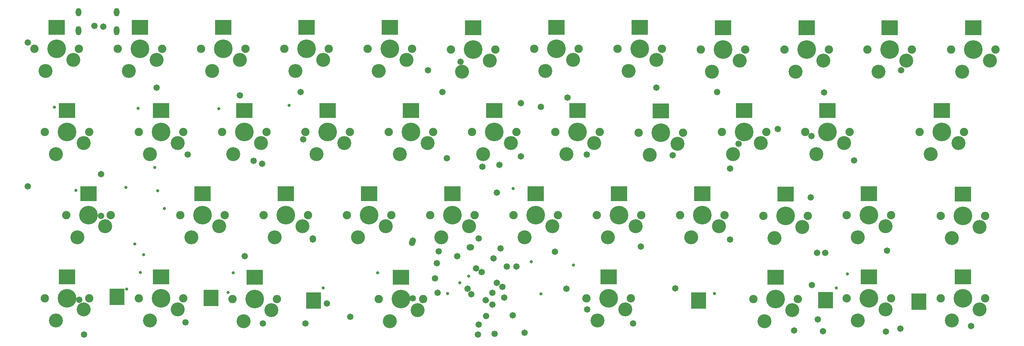
<source format=gts>
G04*
G04 #@! TF.GenerationSoftware,Altium Limited,Altium Designer,23.0.1 (38)*
G04*
G04 Layer_Color=8388736*
%FSLAX44Y44*%
%MOMM*%
G71*
G04*
G04 #@! TF.SameCoordinates,415B9E50-699A-4425-B3A7-CA41C988AD1A*
G04*
G04*
G04 #@! TF.FilePolarity,Negative*
G04*
G01*
G75*
%ADD12R,3.4032X3.8032*%
%ADD13O,1.3016X2.1016*%
%ADD14O,1.3016X1.9016*%
%ADD15C,3.2032*%
%ADD16C,1.9050*%
%ADD17C,4.2672*%
%ADD18R,3.8032X3.4032*%
%ADD19C,0.7032*%
%ADD20C,1.4732*%
D12*
X980440Y447040D02*
D03*
X745529Y453390D02*
D03*
X530899Y455930D02*
D03*
X2364779Y444500D02*
D03*
X2151419Y448310D02*
D03*
X1860550Y447040D02*
D03*
D13*
X443088Y1065441D02*
D03*
X529590D02*
D03*
D14*
Y1107440D02*
D03*
X443088D02*
D03*
D15*
X2439670Y401320D02*
D03*
X2503170Y426720D02*
D03*
X2225040Y401320D02*
D03*
X2288540Y426720D02*
D03*
X2011680Y400050D02*
D03*
X2075180Y425450D02*
D03*
X1629410Y401320D02*
D03*
X1692910Y426720D02*
D03*
X1154430Y400050D02*
D03*
X1217930Y425450D02*
D03*
X820420Y400050D02*
D03*
X883920Y425450D02*
D03*
X2439670Y590550D02*
D03*
X2503170Y615950D02*
D03*
X2225040Y591820D02*
D03*
X2288540Y617220D02*
D03*
X605790Y401320D02*
D03*
X669290Y426720D02*
D03*
X391160Y401320D02*
D03*
X454660Y426720D02*
D03*
X440130Y591700D02*
D03*
X503630Y617100D02*
D03*
X2391410Y782320D02*
D03*
X2454910Y807720D02*
D03*
X2129790Y782320D02*
D03*
X2193290Y807720D02*
D03*
X1939290Y782320D02*
D03*
X2002790Y807720D02*
D03*
X1748790Y781050D02*
D03*
X1812290Y806450D02*
D03*
X1558290Y782320D02*
D03*
X1621790Y807720D02*
D03*
X1367790Y782320D02*
D03*
X1431290Y807720D02*
D03*
X1177290Y782320D02*
D03*
X1240790Y807720D02*
D03*
X986790Y782320D02*
D03*
X1050290Y807720D02*
D03*
X796290Y782320D02*
D03*
X859790Y807720D02*
D03*
X605790Y782320D02*
D03*
X669290Y807720D02*
D03*
X391160Y782320D02*
D03*
X454660Y807720D02*
D03*
X748030Y972820D02*
D03*
X811530Y998220D02*
D03*
X2463800Y971550D02*
D03*
X2527300Y996950D02*
D03*
X2272030Y971550D02*
D03*
X2335530Y996950D02*
D03*
X2082800Y971550D02*
D03*
X2146300Y996950D02*
D03*
X1891030Y971550D02*
D03*
X1954530Y996950D02*
D03*
X1700530Y972820D02*
D03*
X1764030Y998220D02*
D03*
X1510030Y972820D02*
D03*
X1573530Y998220D02*
D03*
X1319530Y971550D02*
D03*
X1383030Y996950D02*
D03*
X1129030Y972820D02*
D03*
X1192530Y998220D02*
D03*
X938530Y972820D02*
D03*
X1002030Y998220D02*
D03*
X2034540Y590550D02*
D03*
X2098040Y615950D02*
D03*
X1844040Y591820D02*
D03*
X1907540Y617220D02*
D03*
X1653540Y591820D02*
D03*
X1717040Y617220D02*
D03*
X1463040Y591820D02*
D03*
X1526540Y617220D02*
D03*
X1272540Y591820D02*
D03*
X1336040Y617220D02*
D03*
X1082040Y591820D02*
D03*
X1145540Y617220D02*
D03*
X891540Y591820D02*
D03*
X955040Y617220D02*
D03*
X701040Y591820D02*
D03*
X764540Y617220D02*
D03*
X557530Y972820D02*
D03*
X621030Y998220D02*
D03*
X367030Y972820D02*
D03*
X430530Y998220D02*
D03*
D16*
X2414270Y452120D02*
D03*
X2515870D02*
D03*
X2199640D02*
D03*
X2301240D02*
D03*
X1986280Y450850D02*
D03*
X2087880D02*
D03*
X1604010Y452120D02*
D03*
X1705610D02*
D03*
X1129030Y450850D02*
D03*
X1230630D02*
D03*
X795020D02*
D03*
X896620D02*
D03*
X2414270Y641350D02*
D03*
X2515870D02*
D03*
X2199640Y642620D02*
D03*
X2301240D02*
D03*
X580390Y452120D02*
D03*
X681990D02*
D03*
X365760D02*
D03*
X467360D02*
D03*
X414730Y642500D02*
D03*
X516330D02*
D03*
X2366010Y833120D02*
D03*
X2467610D02*
D03*
X2104390D02*
D03*
X2205990D02*
D03*
X1913890D02*
D03*
X2015490D02*
D03*
X1723390Y831850D02*
D03*
X1824990D02*
D03*
X1532890Y833120D02*
D03*
X1634490D02*
D03*
X1342390D02*
D03*
X1443990D02*
D03*
X1151890D02*
D03*
X1253490D02*
D03*
X961390D02*
D03*
X1062990D02*
D03*
X770890D02*
D03*
X872490D02*
D03*
X580390D02*
D03*
X681990D02*
D03*
X365760D02*
D03*
X467360D02*
D03*
X722630Y1023620D02*
D03*
X824230D02*
D03*
X2438400Y1022350D02*
D03*
X2540000D02*
D03*
X2246630D02*
D03*
X2348230D02*
D03*
X2057400D02*
D03*
X2159000D02*
D03*
X1865630D02*
D03*
X1967230D02*
D03*
X1675130Y1023620D02*
D03*
X1776730D02*
D03*
X1484630D02*
D03*
X1586230D02*
D03*
X1294130Y1022350D02*
D03*
X1395730D02*
D03*
X1103630Y1023620D02*
D03*
X1205230D02*
D03*
X913130D02*
D03*
X1014730D02*
D03*
X2009140Y641350D02*
D03*
X2110740D02*
D03*
X1818640Y642620D02*
D03*
X1920240D02*
D03*
X1628140D02*
D03*
X1729740D02*
D03*
X1437640D02*
D03*
X1539240D02*
D03*
X1247140D02*
D03*
X1348740D02*
D03*
X1056640D02*
D03*
X1158240D02*
D03*
X866140D02*
D03*
X967740D02*
D03*
X675640D02*
D03*
X777240D02*
D03*
X532130Y1023620D02*
D03*
X633730D02*
D03*
X341630D02*
D03*
X443230D02*
D03*
D17*
X2465070Y452120D02*
D03*
X2250440D02*
D03*
X2037080Y450850D02*
D03*
X1654810Y452120D02*
D03*
X1179830Y450850D02*
D03*
X845820D02*
D03*
X2465070Y641350D02*
D03*
X2250440Y642620D02*
D03*
X631190Y452120D02*
D03*
X416560D02*
D03*
X465530Y642500D02*
D03*
X2416810Y833120D02*
D03*
X2155190D02*
D03*
X1964690D02*
D03*
X1774190Y831850D02*
D03*
X1583690Y833120D02*
D03*
X1393190D02*
D03*
X1202690D02*
D03*
X1012190D02*
D03*
X821690D02*
D03*
X631190D02*
D03*
X416560D02*
D03*
X773430Y1023620D02*
D03*
X2489200Y1022350D02*
D03*
X2297430D02*
D03*
X2108200D02*
D03*
X1916430D02*
D03*
X1725930Y1023620D02*
D03*
X1535430D02*
D03*
X1344930Y1022350D02*
D03*
X1154430Y1023620D02*
D03*
X963930D02*
D03*
X2059940Y641350D02*
D03*
X1869440Y642620D02*
D03*
X1678940D02*
D03*
X1488440D02*
D03*
X1297940D02*
D03*
X1107440D02*
D03*
X916940D02*
D03*
X726440D02*
D03*
X582930Y1023620D02*
D03*
X392430D02*
D03*
D18*
X2465070Y501650D02*
D03*
X2250440D02*
D03*
X2037080Y500380D02*
D03*
X1654810Y501650D02*
D03*
X1179830Y500380D02*
D03*
X845820D02*
D03*
X2465070Y690880D02*
D03*
X2250440Y692150D02*
D03*
X631190Y501650D02*
D03*
X416560D02*
D03*
X465530Y692030D02*
D03*
X2416810Y882650D02*
D03*
X2155190D02*
D03*
X1964690D02*
D03*
X1774190Y881380D02*
D03*
X1583690Y882650D02*
D03*
X1393190D02*
D03*
X1202690D02*
D03*
X1012190D02*
D03*
X821690D02*
D03*
X631190D02*
D03*
X416560D02*
D03*
X773430Y1073150D02*
D03*
X2489200Y1071880D02*
D03*
X2297430D02*
D03*
X2108200D02*
D03*
X1916430D02*
D03*
X1725930Y1073150D02*
D03*
X1535430D02*
D03*
X1344930Y1071880D02*
D03*
X1154430Y1073150D02*
D03*
X963930D02*
D03*
X2059940Y690880D02*
D03*
X1869440Y692150D02*
D03*
X1678940D02*
D03*
X1488440D02*
D03*
X1297940D02*
D03*
X1107440D02*
D03*
X916940D02*
D03*
X726440D02*
D03*
X582930Y1073150D02*
D03*
X392430D02*
D03*
D19*
X924560Y894080D02*
D03*
X2175510Y476250D02*
D03*
X2200910Y508000D02*
D03*
X1897380Y463550D02*
D03*
X1574800Y528320D02*
D03*
X1436370Y703580D02*
D03*
X1499870Y462280D02*
D03*
X1478280Y535940D02*
D03*
X763270Y886460D02*
D03*
X436530Y699530D02*
D03*
X387560Y890150D02*
D03*
X579120Y887730D02*
D03*
X551180Y706120D02*
D03*
X617220Y751840D02*
D03*
X638810Y657860D02*
D03*
X623570Y698500D02*
D03*
X571500Y576580D02*
D03*
X552450Y473710D02*
D03*
X584200Y511810D02*
D03*
X591820Y552450D02*
D03*
X784860Y466090D02*
D03*
X796290Y510540D02*
D03*
X1002030Y476250D02*
D03*
X1126490Y510540D02*
D03*
X1286510Y463550D02*
D03*
X1314450Y487680D02*
D03*
X1334770Y502920D02*
D03*
D20*
X1064260Y410210D02*
D03*
X1010920Y440690D02*
D03*
X1308608Y548386D02*
D03*
X1257808Y497586D02*
D03*
X1444752Y525272D02*
D03*
X1807972Y475488D02*
D03*
X326390Y708508D02*
D03*
Y1038472D02*
D03*
X1316482Y993902D02*
D03*
X1242060Y974852D02*
D03*
X2041906Y839978D02*
D03*
X1951990Y806450D02*
D03*
X1264158Y464566D02*
D03*
X687832Y397510D02*
D03*
X1422146Y525272D02*
D03*
X1407922Y566865D02*
D03*
X864616Y394462D02*
D03*
X822960Y548640D02*
D03*
X863092Y760222D02*
D03*
X843026Y767334D02*
D03*
X812292Y917448D02*
D03*
X962152Y394716D02*
D03*
X978662Y586740D02*
D03*
Y589788D02*
D03*
X950468Y925068D02*
D03*
X1275080D02*
D03*
X1454912Y776986D02*
D03*
Y899160D02*
D03*
X1339881Y569468D02*
D03*
X1340850Y461518D02*
D03*
X1389126Y465328D02*
D03*
X1558544Y473964D02*
D03*
X1606042Y426466D02*
D03*
X1902968Y925068D02*
D03*
X2150110Y556514D02*
D03*
X2131822D02*
D03*
X2145030Y376936D02*
D03*
X1399794Y487680D02*
D03*
X2289302Y375666D02*
D03*
X2291842Y561594D02*
D03*
X2323846Y974598D02*
D03*
X2484374Y388620D02*
D03*
X1416558Y453644D02*
D03*
X2117090Y683380D02*
D03*
X2120138Y483108D02*
D03*
X2119122Y823976D02*
D03*
X2133854Y404114D02*
D03*
X1389250Y437896D02*
D03*
X1463040Y373634D02*
D03*
X1435608Y413258D02*
D03*
X478838Y1075896D02*
D03*
X2079752Y378968D02*
D03*
X1411883Y478837D02*
D03*
X1352042Y520446D02*
D03*
X455422Y369316D02*
D03*
X1374394Y448310D02*
D03*
X1391666Y543560D02*
D03*
X1394714Y370586D02*
D03*
X1500124Y890778D02*
D03*
X1374648Y411480D02*
D03*
X499872Y1074420D02*
D03*
X1405382Y758190D02*
D03*
X1358138Y391922D02*
D03*
X1399286Y694690D02*
D03*
X1364742Y512064D02*
D03*
X1358138Y589026D02*
D03*
X1356106Y369316D02*
D03*
X1266190Y559816D02*
D03*
X1262126Y532384D02*
D03*
X1338072Y569468D02*
D03*
X1366520Y753618D02*
D03*
X1207516Y451866D02*
D03*
X1205484Y579374D02*
D03*
X1532382Y559054D02*
D03*
X1561084Y912368D02*
D03*
X494792Y640842D02*
D03*
X444246Y449072D02*
D03*
X494792Y736600D02*
D03*
X1605534Y781558D02*
D03*
X1285240Y773430D02*
D03*
X1801876Y780288D02*
D03*
X1207516Y584454D02*
D03*
X1332230Y474218D02*
D03*
X1933194Y749300D02*
D03*
Y586740D02*
D03*
X1764792Y934720D02*
D03*
X957072Y816610D02*
D03*
X1729232Y570484D02*
D03*
X1710944Y394462D02*
D03*
X2216912Y768096D02*
D03*
X2148332Y924052D02*
D03*
X692912Y781812D02*
D03*
X621792Y934974D02*
D03*
X2322576Y383032D02*
D03*
M02*

</source>
